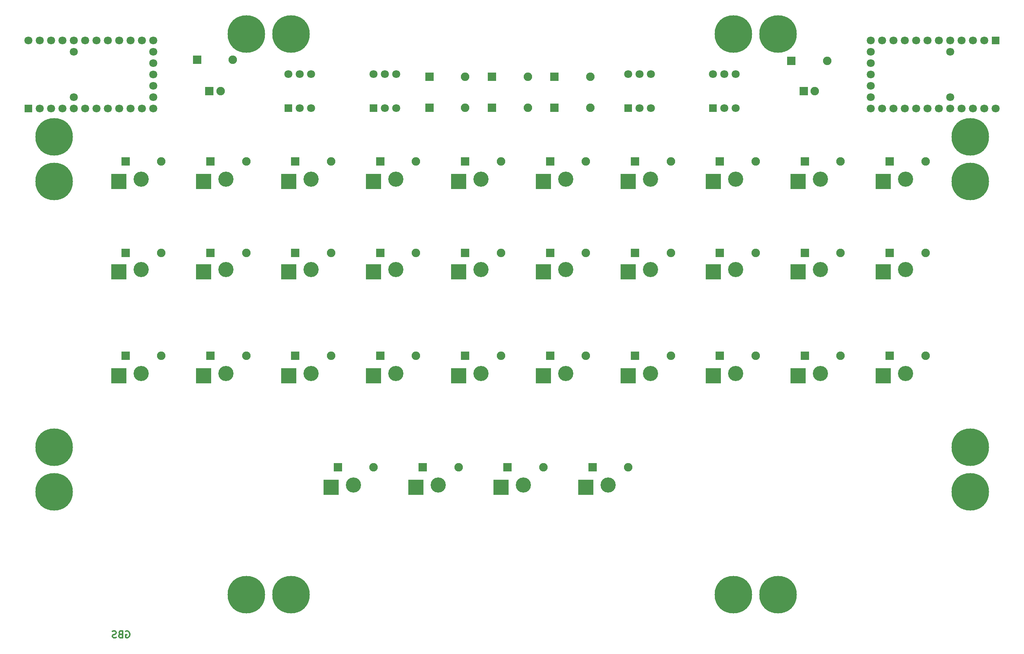
<source format=gbs>
G04 #@! TF.FileFunction,Soldermask,Bot*
%FSLAX46Y46*%
G04 Gerber Fmt 4.6, Leading zero omitted, Abs format (unit mm)*
G04 Created by KiCad (PCBNEW 4.0.7) date 11/07/17 14:35:56*
%MOMM*%
%LPD*%
G01*
G04 APERTURE LIST*
%ADD10C,0.200000*%
%ADD11C,0.300000*%
%ADD12R,1.900000X1.900000*%
%ADD13C,1.900000*%
%ADD14R,3.400000X3.400000*%
%ADD15C,3.400000*%
%ADD16R,1.800000X1.800000*%
%ADD17C,1.800000*%
%ADD18C,8.400000*%
G04 APERTURE END LIST*
D10*
D11*
X133071428Y-201250000D02*
X133214285Y-201178571D01*
X133428571Y-201178571D01*
X133642856Y-201250000D01*
X133785714Y-201392857D01*
X133857142Y-201535714D01*
X133928571Y-201821429D01*
X133928571Y-202035714D01*
X133857142Y-202321429D01*
X133785714Y-202464286D01*
X133642856Y-202607143D01*
X133428571Y-202678571D01*
X133285714Y-202678571D01*
X133071428Y-202607143D01*
X132999999Y-202535714D01*
X132999999Y-202035714D01*
X133285714Y-202035714D01*
X131857142Y-201892857D02*
X131642856Y-201964286D01*
X131571428Y-202035714D01*
X131499999Y-202178571D01*
X131499999Y-202392857D01*
X131571428Y-202535714D01*
X131642856Y-202607143D01*
X131785714Y-202678571D01*
X132357142Y-202678571D01*
X132357142Y-201178571D01*
X131857142Y-201178571D01*
X131714285Y-201250000D01*
X131642856Y-201321429D01*
X131571428Y-201464286D01*
X131571428Y-201607143D01*
X131642856Y-201750000D01*
X131714285Y-201821429D01*
X131857142Y-201892857D01*
X132357142Y-201892857D01*
X130928571Y-202607143D02*
X130714285Y-202678571D01*
X130357142Y-202678571D01*
X130214285Y-202607143D01*
X130142856Y-202535714D01*
X130071428Y-202392857D01*
X130071428Y-202250000D01*
X130142856Y-202107143D01*
X130214285Y-202035714D01*
X130357142Y-201964286D01*
X130642856Y-201892857D01*
X130785714Y-201821429D01*
X130857142Y-201750000D01*
X130928571Y-201607143D01*
X130928571Y-201464286D01*
X130857142Y-201321429D01*
X130785714Y-201250000D01*
X130642856Y-201178571D01*
X130285714Y-201178571D01*
X130071428Y-201250000D01*
D12*
X133000000Y-96000000D03*
D13*
X141000000Y-96000000D03*
D12*
X152000000Y-96000000D03*
D13*
X160000000Y-96000000D03*
D12*
X171000000Y-96000000D03*
D13*
X179000000Y-96000000D03*
D12*
X190000000Y-96000000D03*
D13*
X198000000Y-96000000D03*
D12*
X209000000Y-96000000D03*
D13*
X217000000Y-96000000D03*
D12*
X228000000Y-96000000D03*
D13*
X236000000Y-96000000D03*
D12*
X247000000Y-96000000D03*
D13*
X255000000Y-96000000D03*
D12*
X266000000Y-96000000D03*
D13*
X274000000Y-96000000D03*
D12*
X285000000Y-96000000D03*
D13*
X293000000Y-96000000D03*
D12*
X304000000Y-96000000D03*
D13*
X312000000Y-96000000D03*
D12*
X133000000Y-116500000D03*
D13*
X141000000Y-116500000D03*
D12*
X152000000Y-116500000D03*
D13*
X160000000Y-116500000D03*
D12*
X171000000Y-116500000D03*
D13*
X179000000Y-116500000D03*
D12*
X190000000Y-116500000D03*
D13*
X198000000Y-116500000D03*
D12*
X209000000Y-116500000D03*
D13*
X217000000Y-116500000D03*
D12*
X228000000Y-116500000D03*
D13*
X236000000Y-116500000D03*
D12*
X247000000Y-116500000D03*
D13*
X255000000Y-116500000D03*
D12*
X266000000Y-116500000D03*
D13*
X274000000Y-116500000D03*
D12*
X285000000Y-116500000D03*
D13*
X293000000Y-116500000D03*
D12*
X304000000Y-116500000D03*
D13*
X312000000Y-116500000D03*
D12*
X133000000Y-139500000D03*
D13*
X141000000Y-139500000D03*
D12*
X152000000Y-139500000D03*
D13*
X160000000Y-139500000D03*
D12*
X171000000Y-139500000D03*
D13*
X179000000Y-139500000D03*
D12*
X190000000Y-139500000D03*
D13*
X198000000Y-139500000D03*
D12*
X209000000Y-139500000D03*
D13*
X217000000Y-139500000D03*
D12*
X228000000Y-139500000D03*
D13*
X236000000Y-139500000D03*
D12*
X247000000Y-139500000D03*
D13*
X255000000Y-139500000D03*
D12*
X266000000Y-139500000D03*
D13*
X274000000Y-139500000D03*
D12*
X285000000Y-139500000D03*
D13*
X293000000Y-139500000D03*
D12*
X304000000Y-139500000D03*
D13*
X312000000Y-139500000D03*
D12*
X180500000Y-164500000D03*
D13*
X188500000Y-164500000D03*
D12*
X199500000Y-164500000D03*
D13*
X207500000Y-164500000D03*
D12*
X201000000Y-77000000D03*
D13*
X209000000Y-77000000D03*
D12*
X201000000Y-84000000D03*
D13*
X209000000Y-84000000D03*
D12*
X215000000Y-77000000D03*
D13*
X223000000Y-77000000D03*
D12*
X218500000Y-164500000D03*
D13*
X226500000Y-164500000D03*
D12*
X237500000Y-164500000D03*
D13*
X245500000Y-164500000D03*
D12*
X215000000Y-84000000D03*
D13*
X223000000Y-84000000D03*
D12*
X229000000Y-77000000D03*
D13*
X237000000Y-77000000D03*
D12*
X229000000Y-84000000D03*
D13*
X237000000Y-84000000D03*
X154250000Y-80250000D03*
D12*
X151750000Y-80250000D03*
X149000000Y-73250000D03*
D13*
X157000000Y-73250000D03*
D14*
X131500000Y-100500000D03*
D15*
X136500000Y-100000000D03*
D14*
X150500000Y-100500000D03*
D15*
X155500000Y-100000000D03*
D14*
X169500000Y-100500000D03*
D15*
X174500000Y-100000000D03*
D14*
X188500000Y-100500000D03*
D15*
X193500000Y-100000000D03*
D14*
X207500000Y-100500000D03*
D15*
X212500000Y-100000000D03*
D14*
X226500000Y-100500000D03*
D15*
X231500000Y-100000000D03*
D14*
X245500000Y-100500000D03*
D15*
X250500000Y-100000000D03*
D14*
X264500000Y-100500000D03*
D15*
X269500000Y-100000000D03*
D14*
X283500000Y-100500000D03*
D15*
X288500000Y-100000000D03*
D14*
X302500000Y-100500000D03*
D15*
X307500000Y-100000000D03*
D14*
X131500000Y-120750000D03*
D15*
X136500000Y-120250000D03*
D14*
X150500000Y-120750000D03*
D15*
X155500000Y-120250000D03*
D14*
X169500000Y-120750000D03*
D15*
X174500000Y-120250000D03*
D14*
X188500000Y-120750000D03*
D15*
X193500000Y-120250000D03*
D14*
X207500000Y-120750000D03*
D15*
X212500000Y-120250000D03*
D14*
X226500000Y-120750000D03*
D15*
X231500000Y-120250000D03*
D14*
X245500000Y-120750000D03*
D15*
X250500000Y-120250000D03*
D14*
X264500000Y-120750000D03*
D15*
X269500000Y-120250000D03*
D14*
X283500000Y-120750000D03*
D15*
X288500000Y-120250000D03*
D14*
X302500000Y-120750000D03*
D15*
X307500000Y-120250000D03*
D14*
X131500000Y-144000000D03*
D15*
X136500000Y-143500000D03*
D14*
X150500000Y-144000000D03*
D15*
X155500000Y-143500000D03*
D14*
X169500000Y-144000000D03*
D15*
X174500000Y-143500000D03*
D14*
X188500000Y-144000000D03*
D15*
X193500000Y-143500000D03*
D14*
X207500000Y-144000000D03*
D15*
X212500000Y-143500000D03*
D14*
X226500000Y-144000000D03*
D15*
X231500000Y-143500000D03*
D14*
X245500000Y-144000000D03*
D15*
X250500000Y-143500000D03*
D14*
X264500000Y-144000000D03*
D15*
X269500000Y-143500000D03*
D14*
X283500000Y-144000000D03*
D15*
X288500000Y-143500000D03*
D14*
X302500000Y-144000000D03*
D15*
X307500000Y-143500000D03*
D14*
X179000000Y-169000000D03*
D15*
X184000000Y-168500000D03*
D14*
X198000000Y-169000000D03*
D15*
X203000000Y-168500000D03*
D14*
X217000000Y-169000000D03*
D15*
X222000000Y-168500000D03*
D14*
X236000000Y-169000000D03*
D15*
X241000000Y-168500000D03*
D16*
X264460000Y-84060000D03*
D17*
X267000000Y-84060000D03*
X269540000Y-84060000D03*
X269540000Y-76440000D03*
X267000000Y-76440000D03*
X264460000Y-76440000D03*
D16*
X245460000Y-84060000D03*
D17*
X248000000Y-84060000D03*
X250540000Y-84060000D03*
X250540000Y-76440000D03*
X248000000Y-76440000D03*
X245460000Y-76440000D03*
D16*
X169460000Y-84060000D03*
D17*
X172000000Y-84060000D03*
X174540000Y-84060000D03*
X174540000Y-76440000D03*
X172000000Y-76440000D03*
X169460000Y-76440000D03*
D16*
X188460000Y-84060000D03*
D17*
X191000000Y-84060000D03*
X193540000Y-84060000D03*
X193540000Y-76440000D03*
X191000000Y-76440000D03*
X188460000Y-76440000D03*
D13*
X287250000Y-80250000D03*
D12*
X284750000Y-80250000D03*
X282000000Y-73500000D03*
D13*
X290000000Y-73500000D03*
D18*
X160000000Y-67500000D03*
X170000000Y-67500000D03*
X269000000Y-67500000D03*
X279000000Y-67500000D03*
X322000000Y-90500000D03*
X322000000Y-100500000D03*
X322000000Y-160000000D03*
X322000000Y-170000000D03*
X279000000Y-193000000D03*
X269000000Y-193000000D03*
X170000000Y-193000000D03*
X160000000Y-193000000D03*
X117000000Y-170000000D03*
X117000000Y-160000000D03*
X117000000Y-100500000D03*
X117000000Y-90500000D03*
D16*
X111280000Y-84120000D03*
D17*
X113820000Y-84120000D03*
X116360000Y-84120000D03*
X118900000Y-84120000D03*
X121440000Y-84120000D03*
X123980000Y-84120000D03*
X126520000Y-84120000D03*
X129060000Y-84120000D03*
X131600000Y-84120000D03*
X134140000Y-84120000D03*
X136680000Y-84120000D03*
X139220000Y-84120000D03*
X139220000Y-81580000D03*
X139220000Y-79040000D03*
X139220000Y-76500000D03*
X139220000Y-73960000D03*
X139220000Y-71420000D03*
X131600000Y-68880000D03*
X134140000Y-68880000D03*
X139220000Y-68880000D03*
X136680000Y-68880000D03*
X129060000Y-68880000D03*
X126520000Y-68880000D03*
X123980000Y-68880000D03*
X121440000Y-68880000D03*
X118900000Y-68880000D03*
X116360000Y-68880000D03*
X113820000Y-68880000D03*
X111280000Y-68880000D03*
X121440000Y-81580000D03*
X121440000Y-71420000D03*
D16*
X327720000Y-68880000D03*
D17*
X325180000Y-68880000D03*
X322640000Y-68880000D03*
X320100000Y-68880000D03*
X317560000Y-68880000D03*
X315020000Y-68880000D03*
X312480000Y-68880000D03*
X309940000Y-68880000D03*
X307400000Y-68880000D03*
X304860000Y-68880000D03*
X302320000Y-68880000D03*
X299780000Y-68880000D03*
X299780000Y-71420000D03*
X299780000Y-73960000D03*
X299780000Y-76500000D03*
X299780000Y-79040000D03*
X299780000Y-81580000D03*
X307400000Y-84120000D03*
X304860000Y-84120000D03*
X299780000Y-84120000D03*
X302320000Y-84120000D03*
X309940000Y-84120000D03*
X312480000Y-84120000D03*
X315020000Y-84120000D03*
X317560000Y-84120000D03*
X320100000Y-84120000D03*
X322640000Y-84120000D03*
X325180000Y-84120000D03*
X327720000Y-84120000D03*
X317560000Y-71420000D03*
X317560000Y-81580000D03*
M02*

</source>
